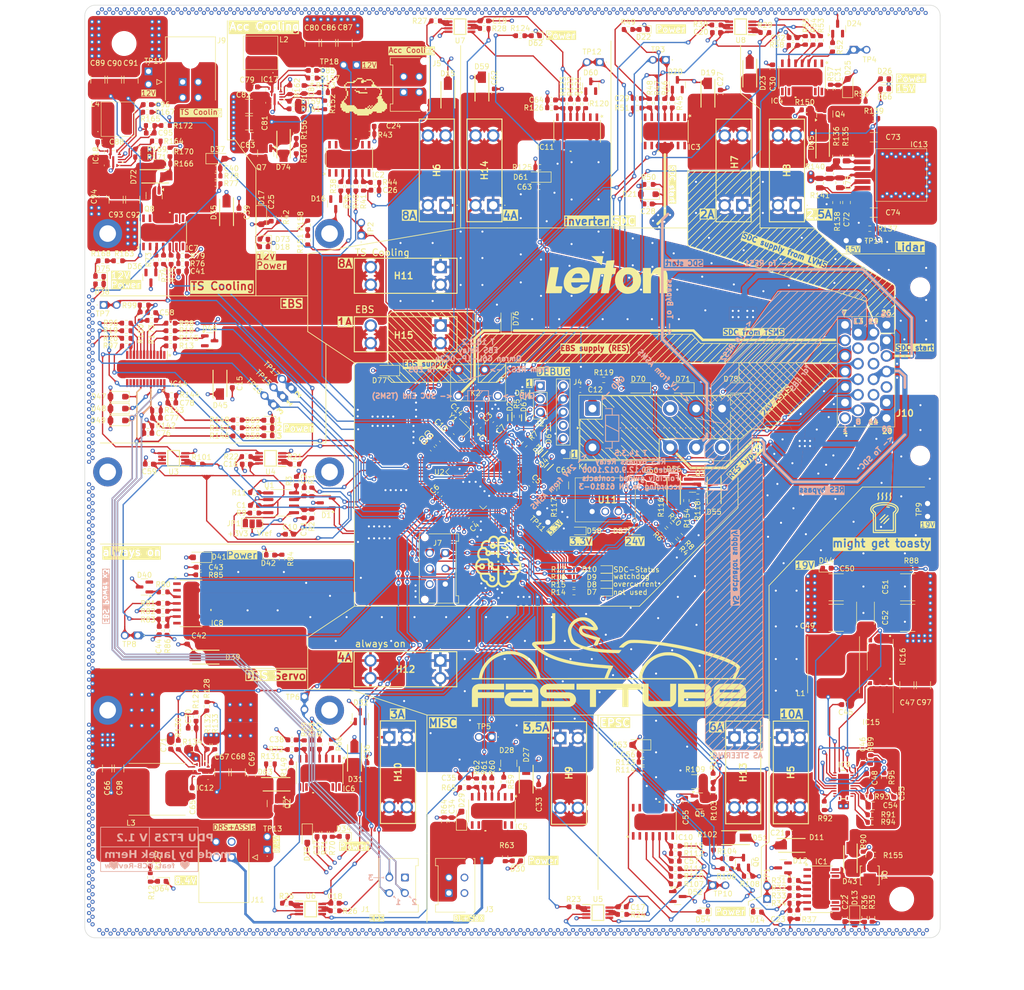
<source format=kicad_pcb>
(kicad_pcb
	(version 20240108)
	(generator "pcbnew")
	(generator_version "8.0")
	(general
		(thickness 1.6)
		(legacy_teardrops no)
	)
	(paper "A3")
	(title_block
		(title "PDU FT25")
		(date "2025-01-15")
		(rev "V1.2")
		(company "Janek Herm")
		(comment 1 "FasTTUBe Electronics")
	)
	(layers
		(0 "F.Cu" signal)
		(1 "In1.Cu" power)
		(2 "In2.Cu" signal)
		(31 "B.Cu" mixed)
		(32 "B.Adhes" user "B.Adhesive")
		(33 "F.Adhes" user "F.Adhesive")
		(34 "B.Paste" user)
		(35 "F.Paste" user)
		(36 "B.SilkS" user "B.Silkscreen")
		(37 "F.SilkS" user "F.Silkscreen")
		(38 "B.Mask" user)
		(39 "F.Mask" user)
		(40 "Dwgs.User" user "User.Drawings")
		(41 "Cmts.User" user "User.Comments")
		(42 "Eco1.User" user "User.Eco1")
		(43 "Eco2.User" user "User.Eco2")
		(44 "Edge.Cuts" user)
		(45 "Margin" user)
		(46 "B.CrtYd" user "B.Courtyard")
		(47 "F.CrtYd" user "F.Courtyard")
		(48 "B.Fab" user)
		(49 "F.Fab" user)
		(50 "User.1" user)
		(51 "User.2" user)
		(52 "User.3" user)
		(53 "User.4" user)
		(54 "User.5" user)
		(55 "User.6" user)
		(56 "User.7" user)
		(57 "User.8" user)
		(58 "User.9" user)
	)
	(setup
		(stackup
			(layer "F.SilkS"
				(type "Top Silk Screen")
			)
			(layer "F.Paste"
				(type "Top Solder Paste")
			)
			(layer "F.Mask"
				(type "Top Solder Mask")
				(thickness 0.01)
			)
			(layer "F.Cu"
				(type "copper")
				(thickness 0.035)
			)
			(layer "dielectric 1"
				(type "prepreg")
				(thickness 0.1)
				(material "FR4")
				(epsilon_r 4.5)
				(loss_tangent 0.02)
			)
			(layer "In1.Cu"
				(type "copper")
				(thickness 0.035)
			)
			(layer "dielectric 2"
				(type "core")
				(thickness 1.24)
				(material "FR4")
				(epsilon_r 4.5)
				(loss_tangent 0.02)
			)
			(layer "In2.Cu"
				(type "copper")
				(thickness 0.035)
			)
			(layer "dielectric 3"
				(type "prepreg")
				(thickness 0.1)
				(material "FR4")
				(epsilon_r 4.5)
				(loss_tangent 0.02)
			)
			(layer "B.Cu"
				(type "copper")
				(thickness 0.035)
			)
			(layer "B.Mask"
				(type "Bottom Solder Mask")
				(thickness 0.01)
			)
			(layer "B.Paste"
				(type "Bottom Solder Paste")
			)
			(layer "B.SilkS"
				(type "Bottom Silk Screen")
			)
			(copper_finish "None")
			(dielectric_constraints no)
		)
		(pad_to_mask_clearance 0)
		(allow_soldermask_bridges_in_footprints no)
		(pcbplotparams
			(layerselection 0x00010fc_ffffffff)
			(plot_on_all_layers_selection 0x0000000_00000000)
			(disableapertmacros no)
			(usegerberextensions no)
			(usegerberattributes yes)
			(usegerberadvancedattributes yes)
			(creategerberjobfile no)
			(dashed_line_dash_ratio 12.000000)
			(dashed_line_gap_ratio 3.000000)
			(svgprecision 4)
			(plotframeref no)
			(viasonmask no)
			(mode 1)
			(useauxorigin yes)
			(hpglpennumber 1)
			(hpglpenspeed 20)
			(hpglpendiameter 15.000000)
			(pdf_front_fp_property_popups yes)
			(pdf_back_fp_property_popups yes)
			(dxfpolygonmode yes)
			(dxfimperialunits yes)
			(dxfusepcbnewfont yes)
			(psnegative no)
			(psa4output no)
			(plotreference yes)
			(plotvalue no)
			(plotfptext yes)
			(plotinvisibletext no)
			(sketchpadsonfab no)
			(subtractmaskfromsilk yes)
			(outputformat 1)
			(mirror no)
			(drillshape 0)
			(scaleselection 1)
			(outputdirectory "gerber/")
		)
	)
	(net 0 "")
	(net 1 "GND")
	(net 2 "+3V3")
	(net 3 "stdCAN_H")
	(net 4 "/MCU/Vref")
	(net 5 "stdCAN_L")
	(net 6 "/MCU/NRST")
	(net 7 "Net-(D11-A2)")
	(net 8 "/powerstages/P_Out6a")
	(net 9 "/powerstages/IS4")
	(net 10 "Net-(D15-A2)")
	(net 11 "/connectors/P_Out1")
	(net 12 "/powerstages/IS1")
	(net 13 "Net-(D19-A2)")
	(net 14 "/powerstages/IS10")
	(net 15 "Net-(D23-A2)")
	(net 16 "/powerstages/P_Out9a")
	(net 17 "/powerstages/IS7")
	(net 18 "Net-(D27-A2)")
	(net 19 "/connectors/P_Out8")
	(net 20 "/powerstages/IS8")
	(net 21 "Net-(D31-A2)")
	(net 22 "/powerstages/P_Out5a")
	(net 23 "/powerstages/IS3")
	(net 24 "Net-(D35-A2)")
	(net 25 "/connectors/P_Out2")
	(net 26 "/powerstages/IS2")
	(net 27 "/connectors/P_Out9")
	(net 28 "/powerstages/IS9")
	(net 29 "Net-(IC9-CBOOT)")
	(net 30 "Net-(IC9-SW)")
	(net 31 "Net-(IC9-VCC)")
	(net 32 "Net-(D43-K)")
	(net 33 "Net-(IC9-PFM{slash}SYNC)")
	(net 34 "/connectors/P_Out4")
	(net 35 "Net-(C53-Pad2)")
	(net 36 "Net-(IC9-EXTCOMP)")
	(net 37 "Net-(D51-A2)")
	(net 38 "/connectors/P_Out5")
	(net 39 "/powerstages/IS5")
	(net 40 "Net-(D56-K)")
	(net 41 "Net-(D59-A2)")
	(net 42 "/connectors/P_Out6")
	(net 43 "/powerstages/IS6")
	(net 44 "Net-(IC12-SW)")
	(net 45 "Net-(IC12-BOOT)")
	(net 46 "/connectors/P_Out3")
	(net 47 "Net-(D63-K)")
	(net 48 "Net-(IC12-FB)")
	(net 49 "Net-(IC12-SS)")
	(net 50 "/connectors/P_Out7")
	(net 51 "Net-(IC13-FB)")
	(net 52 "Net-(D65-K)")
	(net 53 "Net-(IC13-SS)")
	(net 54 "/MCU/SWCLK")
	(net 55 "/MCU/SWDIO")
	(net 56 "/MCU/UART_RX")
	(net 57 "/MCU/UART_TX")
	(net 58 "Net-(D7-A)")
	(net 59 "Net-(D8-A)")
	(net 60 "Net-(D9-A)")
	(net 61 "Net-(D10-A)")
	(net 62 "Net-(D12-A)")
	(net 63 "unconnected-(D12-NC-Pad2)")
	(net 64 "Net-(D14-A)")
	(net 65 "Net-(D16-A)")
	(net 66 "unconnected-(D16-NC-Pad2)")
	(net 67 "Net-(D18-A)")
	(net 68 "Net-(D20-A)")
	(net 69 "unconnected-(D20-NC-Pad2)")
	(net 70 "Net-(D22-A)")
	(net 71 "Net-(D24-A)")
	(net 72 "unconnected-(D24-NC-Pad2)")
	(net 73 "Net-(D26-A)")
	(net 74 "Net-(D28-A)")
	(net 75 "unconnected-(D28-NC-Pad2)")
	(net 76 "Net-(D30-A)")
	(net 77 "unconnected-(D32-NC-Pad2)")
	(net 78 "Net-(D32-A)")
	(net 79 "Net-(D34-A)")
	(net 80 "Net-(D36-A)")
	(net 81 "unconnected-(D36-NC-Pad2)")
	(net 82 "Net-(D38-A)")
	(net 83 "Net-(D43-A)")
	(net 84 "Net-(D44-A)")
	(net 85 "Net-(D45-A2)")
	(net 86 "/powerstages/IS11")
	(net 87 "/connectors/P_Out12")
	(net 88 "unconnected-(D52-NC-Pad2)")
	(net 89 "Net-(D52-A)")
	(net 90 "Net-(D54-A)")
	(net 91 "Net-(D56-A)")
	(net 92 "Net-(D57-A)")
	(net 93 "Net-(D58-A)")
	(net 94 "unconnected-(D60-NC-Pad2)")
	(net 95 "Net-(D60-A)")
	(net 96 "Net-(D62-A)")
	(net 97 "Net-(D63-A)")
	(net 98 "Net-(D64-A)")
	(net 99 "Net-(D65-A)")
	(net 100 "Net-(D66-A)")
	(net 101 "/connectors/P_Out11")
	(net 102 "/connectors/P_Out10")
	(net 103 "Net-(D46-A)")
	(net 104 "+24V")
	(net 105 "Net-(IC1-IS)")
	(net 106 "Net-(IC1-GND)")
	(net 107 "Net-(IC1-IN)")
	(net 108 "Net-(IC1-DEN)")
	(net 109 "Net-(IC2-IS)")
	(net 110 "Net-(IC2-IN)")
	(net 111 "Net-(IC2-DEN)")
	(net 112 "Net-(IC2-GND)")
	(net 113 "Net-(IC3-IN)")
	(net 114 "Net-(IC3-GND)")
	(net 115 "Net-(IC3-IS)")
	(net 116 "Net-(IC3-DEN)")
	(net 117 "Net-(IC4-IN)")
	(net 118 "Net-(IC4-GND)")
	(net 119 "Net-(IC4-IS)")
	(net 120 "Net-(IC4-DEN)")
	(net 121 "Net-(IC5-GND)")
	(net 122 "Net-(IC5-DEN)")
	(net 123 "Net-(IC5-IS)")
	(net 124 "Net-(IC5-IN)")
	(net 125 "Net-(IC6-GND)")
	(net 126 "Net-(IC6-IN)")
	(net 127 "Net-(IC6-DEN)")
	(net 128 "Net-(IC6-IS)")
	(net 129 "Net-(IC7-IN)")
	(net 130 "Net-(IC7-IS)")
	(net 131 "Net-(IC7-GND)")
	(net 132 "Net-(IC7-DEN)")
	(net 133 "Net-(IC9-CNFG)")
	(net 134 "Net-(IC9-PG{slash}SYNCOUT)")
	(net 135 "Net-(IC9-RT)")
	(net 136 "Net-(IC9-ISNS+)")
	(net 137 "Net-(IC9-HO)")
	(net 138 "Net-(IC9-LO)")
	(net 139 "Net-(IC9-FB)")
	(net 140 "Net-(IC10-IS)")
	(net 141 "Net-(IC10-IN)")
	(net 142 "Net-(IC10-DEN)")
	(net 143 "Net-(IC10-GND)")
	(net 144 "Net-(IC11-DEN)")
	(net 145 "Net-(IC11-IS)")
	(net 146 "Net-(IC11-IN)")
	(net 147 "Net-(IC11-GND)")
	(net 148 "Net-(IC12-PG)")
	(net 149 "Net-(IC12-MODE)")
	(net 150 "Net-(IC12-EN)")
	(net 151 "Net-(IC13-RON)")
	(net 152 "Net-(IC13-EN)")
	(net 153 "/MCU/SWO")
	(net 154 "FDCAN_H")
	(net 155 "FDCAN_L")
	(net 156 "/RBR/SDC bypass")
	(net 157 "24V ASMS")
	(net 158 "Net-(JP1-C)")
	(net 159 "unconnected-(K1-Pad12)")
	(net 160 "unconnected-(K1-Pad24)")
	(net 161 "Net-(K1-PadA1)")
	(net 162 "unconnected-(D46-NC-Pad2)")
	(net 163 "Net-(IC14-DSEL1)")
	(net 164 "Net-(Q5-D)")
	(net 165 "Net-(Q5-G)")
	(net 166 "Net-(Q6-G)")
	(net 167 "Net-(Q6-D)")
	(net 168 "Net-(U1-Rs)")
	(net 169 "Net-(U2-PA0)")
	(net 170 "Net-(U2-BOOT0)")
	(net 171 "Net-(U2-PC0)")
	(net 172 "Net-(U2-PA11)")
	(net 173 "/MCU/CAN_RX")
	(net 174 "/MCU/CAN_TX")
	(net 175 "Net-(U2-PA12)")
	(net 176 "unconnected-(U2-PB7-Pad59)")
	(net 177 "unconnected-(U2-PA15-Pad50)")
	(net 178 "/MCU/STATUS_LED1")
	(net 179 "/MCU/STATUS_LED2")
	(net 180 "/MCU/STATUS_LED3")
	(net 181 "/MCU/STATUS_LED4")
	(net 182 "Net-(R12-Pad1)")
	(net 183 "Net-(U4A--)")
	(net 184 "/MCU/ISENSE1")
	(net 185 "Net-(U4B--)")
	(net 186 "/MCU/ISENSE2")
	(net 187 "/MCU/ISENSE3")
	(net 188 "Net-(U5A--)")
	(net 189 "Net-(U5B--)")
	(net 190 "/MCU/ISENSE4")
	(net 191 "/MCU/ISENSE5")
	(net 192 "Net-(U6A--)")
	(net 193 "Net-(U6B--)")
	(net 194 "/MCU/ISENSE6")
	(net 195 "/MCU/ISENSE7")
	(net 196 "Net-(U7A--)")
	(net 197 "Net-(U7B--)")
	(net 198 "/MCU/ISENSE8")
	(net 199 "/MCU/ISENSE9")
	(net 200 "Net-(U8A--)")
	(net 201 "Net-(U8B--)")
	(net 202 "/MCU/ISENSE10")
	(net 203 "/MCU/IN4")
	(net 204 "/MCU/IN1")
	(net 205 "/MCU/IN10")
	(net 206 "/MCU/IN7")
	(net 207 "/MCU/IN8")
	(net 208 "/MCU/IN3")
	(net 209 "/MCU/IN2")
	(net 210 "/MCU/IN9")
	(net 211 "/MCU/IN11")
	(net 212 "/MCU/IN12")
	(net 213 "/MCU/IN13")
	(net 214 "/MCU/PC_Read")
	(net 215 "/MCU/PC_EN")
	(net 216 "/MCU/IN5")
	(net 217 "/MCU/IN6")
	(net 218 "/MCU/XTAL_OUT")
	(net 219 "unconnected-(U2-PC5-Pad25)")
	(net 220 "Net-(IC14-GND)")
	(net 221 "unconnected-(U2-PC12-Pad53)")
	(net 222 "Net-(IC14-DEN)")
	(net 223 "Net-(IC14-IN2)")
	(net 224 "/MCU/XTAL_IN")
	(net 225 "unconnected-(U2-PD2-Pad54)")
	(net 226 "unconnected-(IC14-OUT3-Pad13)")
	(net 227 "Net-(IC14-IN0)")
	(net 228 "Net-(IC14-IN3)")
	(net 229 "Net-(IC14-DSEL0)")
	(net 230 "Net-(IC14-IN1)")
	(net 231 "Net-(IC14-IS)")
	(net 232 "/MCU/DSEL0")
	(net 233 "/MCU/DSEL1")
	(net 234 "Net-(U3A--)")
	(net 235 "/MCU/ISENSE11")
	(net 236 "Net-(U3B--)")
	(net 237 "unconnected-(IC9-NC_1-Pad1)")
	(net 238 "unconnected-(IC9-NC_2-Pad2)")
	(net 239 "unconnected-(IC9-NC_4-Pad23)")
	(net 240 "unconnected-(IC9-NC_3-Pad22)")
	(net 241 "unconnected-(IC9-NC_5-Pad24)")
	(net 242 "Net-(D50-A)")
	(net 243 "Net-(D68-A)")
	(net 244 "Net-(D69-A)")
	(net 245 "/connectors/P_Out14")
	(net 246 "/connectors/P_Out13")
	(net 247 "Net-(IC17-SW)")
	(net 248 "Net-(IC17-BOOT)")
	(net 249 "Net-(D72-K)")
	(net 250 "Net-(IC17-FB)")
	(net 251 "Net-(IC17-SS)")
	(net 252 "Net-(IC18-BOOT)")
	(net 253 "Net-(IC18-SW)")
	(net 254 "Net-(D74-K)")
	(net 255 "Net-(IC18-FB)")
	(net 256 "Net-(IC18-SS)")
	(net 257 "Net-(D72-A)")
	(net 258 "Net-(D73-A)")
	(net 259 "Net-(D74-A)")
	(net 260 "Net-(D75-A)")
	(net 261 "Net-(IC17-PG)")
	(net 262 "Net-(IC17-MODE)")
	(net 263 "Net-(IC17-EN)")
	(net 264 "Net-(IC18-PG)")
	(net 265 "Net-(IC18-MODE)")
	(net 266 "Net-(IC18-EN)")
	(net 267 "Net-(R151-Pad2)")
	(net 268 "Net-(R163-Pad2)")
	(net 269 "EBS supply")
	(net 270 "AS actuator supply")
	(net 271 "unconnected-(IC1-NC-Pad7)")
	(net 272 "unconnected-(IC1-NC-Pad1)")
	(net 273 "unconnected-(IC1-NC-Pad14)")
	(net 274 "unconnected-(IC1-NC-Pad8)")
	(net 275 "unconnected-(IC1-NC-Pad9)")
	(net 276 "unconnected-(IC1-NC-Pad13)")
	(net 277 "unconnected-(IC1-NC-Pad2)")
	(net 278 "unconnected-(IC2-NC-Pad2)")
	(net 279 "unconnected-(IC2-NC-Pad7)")
	(net 280 "unconnected-(IC2-NC-Pad8)")
	(net 281 "unconnected-(IC2-NC-Pad14)")
	(net 282 "unconnected-(IC2-NC-Pad1)")
	(net 283 "unconnected-(IC2-NC-Pad9)")
	(net 284 "unconnected-(IC2-NC-Pad13)")
	(net 285 "unconnected-(IC3-NC-Pad8)")
	(net 286 "unconnected-(IC3-NC-Pad1)")
	(net 287 "unconnected-(IC3-NC-Pad7)")
	(net 288 "unconnected-(IC3-NC-Pad14)")
	(net 289 "unconnected-(IC3-NC-Pad13)")
	(net 290 "unconnected-(IC3-NC-Pad9)")
	(net 291 "unconnected-(IC3-NC-Pad2)")
	(net 292 "unconnected-(IC4-NC-Pad2)")
	(net 293 "unconnected-(IC4-NC-Pad1)")
	(net 294 "unconnected-(IC4-NC-Pad13)")
	(net 295 "unconnected-(IC4-NC-Pad7)")
	(net 296 "unconnected-(IC4-NC-Pad9)")
	(net 297 "unconnected-(IC4-NC-Pad8)")
	(net 298 "unconnected-(IC4-NC-Pad14)")
	(net 299 "unconnected-(IC5-NC-Pad1)")
	(net 300 "unconnected-(IC5-NC-Pad8)")
	(net 301 "unconnected-(IC5-NC-Pad9)")
	(net 302 "unconnected-(IC5-NC-Pad14)")
	(net 303 "unconnected-(IC5-NC-Pad13)")
	(net 304 "unconnected-(IC5-NC-Pad2)")
	(net 305 "unconnected-(IC5-NC-Pad7)")
	(net 306 "unconnected-(IC6-NC-Pad14)")
	(net 307 "unconnected-(IC6-NC-Pad2)")
	(net 308 "unconnected-(IC6-NC-Pad7)")
	(net 309 "unconnected-(IC6-NC-Pad1)")
	(net 310 "unconnected-(IC6-NC-Pad9)")
	(net 311 "unconnected-(IC6-NC-Pad8)")
	(net 312 "unconnected-(IC6-NC-Pad13)")
	(net 313 "unconnected-(IC7-NC-Pad1)")
	(net 314 "unconnected-(IC7-NC-Pad9)")
	(net 315 "unconnected-(IC7-NC-Pad14)")
	(net 316 "unconnected-(IC7-NC-Pad13)")
	(net 317 "unconnected-(IC7-NC-Pad7)")
	(net 318 "unconnected-(IC7-NC-Pad8)")
	(net 319 "unconnected-(IC7-NC-Pad2)")
	(net 320 "unconnected-(IC10-NC-Pad14)")
	(net 321 "unconnected-(IC10-NC-Pad8)")
	(net 322 "unconnected-(IC10-NC-Pad13)")
	(net 323 "unconnected-(IC10-NC-Pad9)")
	(net 324 "unconnected-(IC10-NC-Pad1)")
	(net 325 "unconnected-(IC10-NC-Pad7)")
	(net 326 "unconnected-(IC10-NC-Pad2)")
	(net 327 "unconnected-(IC11-NC-Pad1)")
	(net 328 "unconnected-(IC11-NC-Pad13)")
	(net 329 "unconnected-(IC11-NC-Pad2)")
	(net 330 "unconnected-(IC11-NC-Pad7)")
	(net 331 "unconnected-(IC11-NC-Pad9)")
	(net 332 "unconnected-(IC11-NC-Pad8)")
	(net 333 "unconnected-(IC11-NC-Pad14)")
	(net 334 "unconnected-(IC14-NC-Pad21)")
	(net 335 "unconnected-(IC14-NC-Pad19)")
	(net 336 "unconnected-(IC14-NC-Pad15)")
	(net 337 "unconnected-(IC14-NC-Pad18)")
	(net 338 "unconnected-(IC14-NC-Pad23)")
	(net 339 "unconnected-(IC14-NC-Pad22)")
	(net 340 "unconnected-(IC14-NC-Pad14)")
	(net 341 "unconnected-(IC14-NC-Pad12)")
	(net 342 "unconnected-(IC14-NC-Pad1)")
	(net 343 "unconnected-(IC14-NC-Pad16)")
	(net 344 "/EBSR/EBS power")
	(net 345 "unconnected-(U2-PC14-Pad3)")
	(net 346 "unconnected-(U2-PC15-Pad4)")
	(net 347 "unconnected-(U2-PC13-Pad2)")
	(net 348 "Net-(R100-Pad1)")
	(net 349 "/RBR/RES")
	(net 350 "TSMS SDC")
	(net 351 "unconnected-(IC14-NC-Pad3)")
	(net 352 "unconnected-(U2-PB0-Pad26)")
	(net 353 "Net-(D39-A2)")
	(net 354 "unconnected-(D40-NC-Pad2)")
	(net 355 "Net-(D40-A)")
	(net 356 "Net-(D42-A)")
	(net 357 "unconnected-(IC8-NC-Pad8)")
	(net 358 "unconnected-(IC8-NC-Pad13)")
	(net 359 "Net-(IC8-IN)")
	(net 360 "unconnected-(IC8-NC-Pad9)")
	(net 361 "unconnected-(IC8-NC-Pad1)")
	(net 362 "Net-(IC8-DEN)")
	(net 363 "Net-(IC8-GND)")
	(net 364 "Net-(IC8-IS)")
	(net 365 "unconnected-(IC8-NC-Pad2)")
	(net 366 "unconnected-(IC8-NC-Pad14)")
	(net 367 "unconnected-(IC8-NC-Pad7)")
	(net 368 "unconnected-(J10-Pin_15-Pad15)")
	(net 369 "unconnected-(J10-Pin_17-Pad17)")
	(footprint "5025:5025" (layer "F.Cu") (at 165.32 98.46 90))
	(footprint "Resistor_SMD:R_0603_1608Metric" (layer "F.Cu") (at 161.375 88.955 90))
	(footprint "Resistor_SMD:R_0603_1608Metric" (layer "F.Cu") (at 128.645 103.135 -90))
	(footprint "Capacitor_SMD:C_1210_3225Metric" (layer "F.Cu") (at 162.225 61.275 90))
	(footprint "BTT6010-1ERB:SOIC14_BTT6010-1ERB_INF" (layer "F.Cu") (at 163.019 83.649799 90))
	(footprint "824501241:DIOM5127X250N" (layer "F.Cu") (at 139.345 93.995 -90))
	(footprint "Resistor_SMD:R_0603_1608Metric" (layer "F.Cu") (at 122.555 83.275))
	(footprint "Package_TO_SOT_SMD:SOT-23" (layer "F.Cu") (at 124.75 106.535 -90))
	(footprint "Package_TO_SOT_SMD:SOT-23" (layer "F.Cu") (at 165.14 191.314998 90))
	(footprint "Resistor_SMD:R_0603_1608Metric" (layer "F.Cu") (at 135.615001 196.775 90))
	(footprint "Resistor_SMD:R_0603_1608Metric" (layer "F.Cu") (at 155.915 68.065))
	(footprint "Capacitor_SMD:C_1210_3225Metric" (layer "F.Cu") (at 143.685 76.725 180))
	(footprint "Resistor_SMD:R_0603_1608Metric" (layer "F.Cu") (at 135.545001 189.315 -90))
	(footprint "LED_SMD:LED_0603_1608Metric" (layer "F.Cu") (at 266.295 70.155 180))
	(footprint "brain:heart" (layer "F.Cu") (at 117.6 220.05))
	(footprint "Resistor_SMD:R_0603_1608Metric" (layer "F.Cu") (at 127.585 77.225))
	(footprint "ESD321DYAR:SODFL1608X77N" (layer "F.Cu") (at 193.99 133.625 -90))
	(footprint "Diode_SMD:D_SOD-123F" (layer "F.Cu") (at 218.94 127.854999 180))
	(footprint "5025:5025" (layer "F.Cu") (at 147.190001 216.99 90))
	(footprint "Resistor_SMD:R_0603_1608Metric" (layer "F.Cu") (at 147.805 200.415))
	(footprint "5025:5025" (layer "F.Cu") (at 261.38 99.44 180))
	(footprint "MountingHole:MountingHole_3.2mm_M3_DIN965_Pad" (layer "F.Cu") (at 116.41 144.08 -90))
	(footprint "Resistor_SMD:R_0603_1608Metric" (layer "F.Cu") (at 254.645 208.515 -90))
	(footprint "3557-15:355715" (layer "F.Cu") (at 180.58 180.485 180))
	(footprint "Resistor_SMD:R_0603_1608Metric" (layer "F.Cu") (at 264.205001 75.855))
	(footprint "Capacitor_SMD:C_0603_1608Metric" (layer "F.Cu") (at 156.795 213.675001 -90))
	(footprint "Resistor_SMD:R_0603_1608Metric" (layer "F.Cu") (at 120.005477 118.297452))
	(footprint "MountingHole:MountingHole_4.3mm_M4" (layer "F.Cu") (at 119.575 226.345))
	(footprint "Capacitor_SMD:C_1210_3225Metric" (layer "F.Cu") (at 138.414747 202.063428 90))
	(footprint "Diode_SMD:D_SOD-123F" (layer "F.Cu") (at 146.065 94.88 -90))
	(footprint "Capacitor_SMD:C_0603_1608Metric" (layer "F.Cu") (at 185.205 203.145 180))
	(footprint "Resistor_SMD:R_0603_1608Metric" (layer "F.Cu") (at 225.925 220.675))
	(footprint "Resistor_SMD:R_0603_1608Metric"
		(layer "F.Cu")
		(uuid "15025461-dcc7-4f61-9542-8f8e8ec99700")
		(at 154.995 99.365 90)
		(descr "Resistor SMD 0603 (1608 Metric), square (rectangular) end terminal, IPC_7351 nominal, (Body size source: IPC-SM-782 page 72, https://www.pcb-3d.com/wordpress/wp-content/uploads/ipc-sm-782a_amendment_1_and_2.pdf), generated with kicad-footprint-generator")
		(tags "resistor")
		(property "Reference" "R151"
			(at -0.65 -1.42 90)
			(layer "F.SilkS")
			(uuid "122f886c-686c-4dca-9df4-687a2b60e366")
			(effects
				(font
					(size 1 1)
					(thickness 0.15)
				)
			)
		)
		(property "Value" "1k"
			(at 0 1.43 90)
			(layer "F.Fab")
			(uuid "a592b584-abae-4bea-8bc8-0a8ffebe0b80")
			(effects
				(font
					(size 1 1)
					(thickness 0.15)
				)
			)
		)
		(property "Footprint" "Resistor_SMD:R_0603_1608Metric"
			(at 0 0 90)
			(unlocked yes)
			(layer "F.Fab")
			(hide yes)
			(uuid "1c5f638a-4832-4642-88d6-97d1baf0f576")
			(effects
				(font
					(size 1.27 1.27)
					(thickness 0.15)
				)
			)
		)
		(property "Datasheet" ""
			(at 0 0 90)
			(unlocked yes)
			(layer "F.Fab")
			(hide yes)
			(uuid "59d60a19-0eeb-4754-9aba-e42d43305fa7")
			(effects
				(font
					(size 1.27 1.27)
					(thickness 0.15)
				)
			)
		)
		(property "Description" "Resistor, small symbol"
			(at 0 0 90)
			(unlocked yes)
			(layer "F.Fab")
			(hide yes)
			(uuid "33615a10-7215-4795-96b9-fa93cea6c121")
			(effects
				(font
					(size 1.27 1.27)
					(thickness 0.15)
				)
			)
		)
		(property ki_fp_filters "R_*")
		(path "/780d04e9-366d-4b48-88f6-229428c96c3a/2688228a-78b0-463b-82bd-42a0dedab640/a31b0199-c63c-4e83-8127-1fac1a9facaf")
		(sheetname "ACC pump DCDC")
		(sheetfile "pumpDCDC.kicad_sch")
		(attr smd)
		(fp_line
			(start -0.237258 -0.5225)
			(end 0.237258 -0.5225)
			(stroke
				(width 0.12)
				(type solid)
			)
			(layer "F.SilkS")
			(uuid "dc8e5fd8-4ca3-4c1d-b1f5-6eaae540711d")
		)
		(fp_line
			(start -0.237258 0.5225)
			(end 0.237258 0.5225)
			(stroke
				(width 0.12)
				(type solid)
			)
			(layer "F.SilkS")
			(uuid "6c0a18d3-6077-4bcb-825a-872d2e6b7716")
		)
		(fp_line
			(start 1.48 -0.73)
			(end 1.48 0.73)
			(stroke
				(width 0.05)
				(type solid)
			)
			(layer "F.CrtYd")
			(uuid "7313f3b4-9a54-4d87-8c75-088e5090a017")
		)
		(fp_line
			(start -1.48 -0.73)
			(end 1.48 -0.73)
			(stroke
				(width 0.05)
				(type solid)
			)
			(layer "F.CrtYd")
			(uuid "6af3927a-7d15-47f2-a5a0-8445f1b4c182")
		)
		(fp_line
			(start 1.48 0.73)
			(end -1.48 0.73)
			(stroke
				(width 0.05)
				(type solid)
			)
			(layer "F.CrtYd")
			(uuid "72e13f33-6639-4f39-84e2-7a3d4ba4715a")
		)
		(fp_line
			(start -1.48 0.73)
			(end -1.48 -0.73)
			(stroke
				(width 0.05)
				(type solid)
			)
			(layer "F.CrtYd")
			(uuid "ff98d762-9a6b-4848-89e9-20b6125bce37")
		)
		(fp_line
			(start 0.8 -0.4125)
			(end 0.8 0.4125)
			(stroke
				(width 0.1)
				(type solid)
			)
			(layer "F.Fab")
			(uuid "fe961a65-105c-43a7-89d7-5c7c44acd8a1")
		)
		(fp_line
			(start -0.8 -0.4125)
			(end 0.8 -0.4125)
			(stroke
				(width 0.1)
				(type solid)
			)
			(layer "F.Fab")
			(uuid "bb8064fe-6479-4ead-87cb-214fa68d7676")
		)
		(fp_line
			(start 0.8 0.4125)
			(end -0.8 0.4125)
			(stroke
				(width 0.1)
				(type solid)
			)
			(layer "F.Fab")
			(uuid "0ba98a26-6841-4152-aae7-55d7e1c78c39")
		)
		(fp_line
			(start -0.8 0.4125)
			(end -0.8 -0.4125)
			(stroke
				(wi
... [9286464 chars truncated]
</source>
